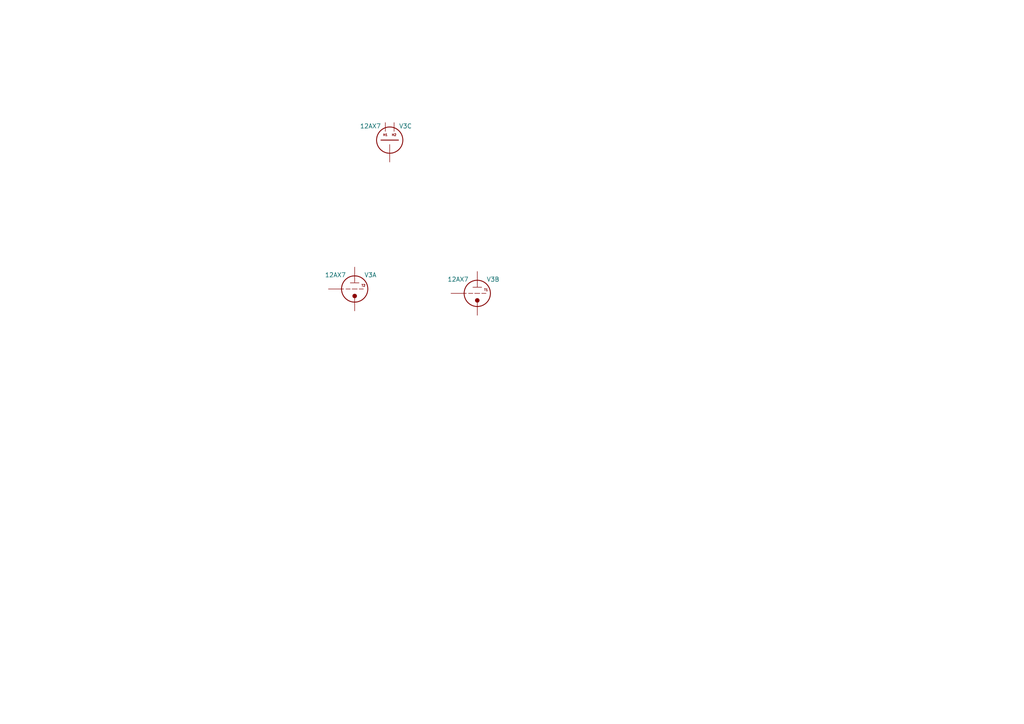
<source format=kicad_sch>
(kicad_sch
	(version 20250114)
	(generator "eeschema")
	(generator_version "9.0")
	(uuid "47392dd1-dd0b-448c-9e04-0257a449b2b0")
	(paper "A4")
	(lib_symbols
		(symbol "wb50_symbols:WB50_12AX7"
			(pin_numbers
				(hide yes)
			)
			(pin_names
				(offset 1.016)
				(hide yes)
			)
			(exclude_from_sim no)
			(in_bom yes)
			(on_board yes)
			(property "Reference" "V"
				(at 4.572 4.064 0)
				(do_not_autoplace)
				(effects
					(font
						(size 1.27 1.27)
					)
				)
			)
			(property "Value" "12AX7"
				(at -5.588 4.064 0)
				(do_not_autoplace)
				(effects
					(font
						(size 1.27 1.27)
					)
				)
			)
			(property "Footprint" "wb50_footprints:WB50_Socket_Noval_9Pin_D21.0mm_Hole1.8mm"
				(at -1.016 0.254 0)
				(effects
					(font
						(size 1.27 1.27)
					)
					(hide yes)
				)
			)
			(property "Datasheet" "https://www.jj-electronic.de/images/stories/product/tubes/pdf/ecc83s.pdf"
				(at 0.254 0.254 0)
				(effects
					(font
						(size 1.27 1.27)
					)
					(hide yes)
				)
			)
			(property "Description" "Doppeltriode, High-µ-Triode für Vorverstärker"
				(at -1.778 0 0)
				(effects
					(font
						(size 1.27 1.27)
					)
					(hide yes)
				)
			)
			(property "ki_locked" ""
				(at 0 0 0)
				(effects
					(font
						(size 1.27 1.27)
					)
				)
			)
			(property "ki_keywords" "tube valve röhre audio vakuum vacuum ecc83 12ax7"
				(at 0 0 0)
				(effects
					(font
						(size 1.27 1.27)
					)
					(hide yes)
				)
			)
			(property "ki_fp_filters" "*Noval*9*"
				(at 0 0 0)
				(effects
					(font
						(size 1.27 1.27)
					)
					(hide yes)
				)
			)
			(symbol "WB50_12AX7_0_1"
				(circle
					(center 0 0)
					(radius 3.81)
					(stroke
						(width 0.254)
						(type default)
					)
					(fill
						(type none)
					)
				)
			)
			(symbol "WB50_12AX7_1_1"
				(polyline
					(pts
						(xy -3.81 0) (xy -3.175 0)
					)
					(stroke
						(width 0)
						(type default)
					)
					(fill
						(type none)
					)
				)
				(polyline
					(pts
						(xy -2.54 0) (xy -1.27 0)
					)
					(stroke
						(width 0)
						(type default)
					)
					(fill
						(type none)
					)
				)
				(polyline
					(pts
						(xy -1.27 1.778) (xy 1.27 1.778)
					)
					(stroke
						(width 0)
						(type default)
					)
					(fill
						(type none)
					)
				)
				(polyline
					(pts
						(xy -0.762 0) (xy 0.762 0)
					)
					(stroke
						(width 0)
						(type default)
					)
					(fill
						(type none)
					)
				)
				(polyline
					(pts
						(xy 0 1.905) (xy 0 3.81)
					)
					(stroke
						(width 0)
						(type default)
					)
					(fill
						(type none)
					)
				)
				(circle
					(center 0 -2.032)
					(radius 0.568)
					(stroke
						(width 0)
						(type default)
					)
					(fill
						(type outline)
					)
				)
				(polyline
					(pts
						(xy 0 -2.54) (xy 0 -3.81)
					)
					(stroke
						(width 0)
						(type default)
					)
					(fill
						(type none)
					)
				)
				(polyline
					(pts
						(xy 1.27 0) (xy 2.54 0)
					)
					(stroke
						(width 0)
						(type default)
					)
					(fill
						(type none)
					)
				)
				(text "T2"
					(at 2.54 1.016 0)
					(effects
						(font
							(size 0.635 0.635)
						)
					)
				)
				(pin passive line
					(at -7.62 0 0)
					(length 3.81)
					(name "G"
						(effects
							(font
								(size 1.27 1.27)
							)
						)
					)
					(number "2"
						(effects
							(font
								(size 1.27 1.27)
							)
						)
					)
				)
				(pin passive line
					(at 0 6.35 270)
					(length 2.54)
					(name "A/P"
						(effects
							(font
								(size 1.27 1.27)
							)
						)
					)
					(number "1"
						(effects
							(font
								(size 1.27 1.27)
							)
						)
					)
				)
				(pin passive line
					(at 0 -6.35 90)
					(length 2.54)
					(name "C/K"
						(effects
							(font
								(size 1.27 1.27)
							)
						)
					)
					(number "3"
						(effects
							(font
								(size 1.27 1.27)
							)
						)
					)
				)
			)
			(symbol "WB50_12AX7_2_1"
				(polyline
					(pts
						(xy -3.81 0) (xy -3.175 0)
					)
					(stroke
						(width 0)
						(type default)
					)
					(fill
						(type none)
					)
				)
				(polyline
					(pts
						(xy -2.54 0) (xy -1.27 0)
					)
					(stroke
						(width 0)
						(type default)
					)
					(fill
						(type none)
					)
				)
				(polyline
					(pts
						(xy -1.27 1.778) (xy 1.27 1.778)
					)
					(stroke
						(width 0)
						(type default)
					)
					(fill
						(type none)
					)
				)
				(polyline
					(pts
						(xy -0.762 0) (xy 0.762 0)
					)
					(stroke
						(width 0)
						(type default)
					)
					(fill
						(type none)
					)
				)
				(polyline
					(pts
						(xy 0 1.905) (xy 0 3.81)
					)
					(stroke
						(width 0)
						(type default)
					)
					(fill
						(type none)
					)
				)
				(circle
					(center 0 -2.032)
					(radius 0.568)
					(stroke
						(width 0)
						(type default)
					)
					(fill
						(type outline)
					)
				)
				(polyline
					(pts
						(xy 0 -2.54) (xy 0 -3.81)
					)
					(stroke
						(width 0)
						(type default)
					)
					(fill
						(type none)
					)
				)
				(polyline
					(pts
						(xy 1.27 0) (xy 2.54 0)
					)
					(stroke
						(width 0)
						(type default)
					)
					(fill
						(type none)
					)
				)
				(text "T1\n"
					(at 2.54 1.016 0)
					(effects
						(font
							(size 0.635 0.635)
						)
					)
				)
				(pin passive line
					(at -7.62 0 0)
					(length 3.81)
					(name "G"
						(effects
							(font
								(size 1.27 1.27)
							)
						)
					)
					(number "7"
						(effects
							(font
								(size 1.27 1.27)
							)
						)
					)
				)
				(pin passive line
					(at 0 6.35 270)
					(length 2.54)
					(name "A/P"
						(effects
							(font
								(size 1.27 1.27)
							)
						)
					)
					(number "6"
						(effects
							(font
								(size 1.27 1.27)
							)
						)
					)
				)
				(pin passive line
					(at 0 -6.35 90)
					(length 2.54)
					(name "C/K"
						(effects
							(font
								(size 1.27 1.27)
							)
						)
					)
					(number "8"
						(effects
							(font
								(size 1.27 1.27)
							)
						)
					)
				)
			)
			(symbol "WB50_12AX7_3_1"
				(polyline
					(pts
						(xy -2.54 0) (xy 2.54 0)
					)
					(stroke
						(width 0.254)
						(type default)
					)
					(fill
						(type none)
					)
				)
				(text "H1"
					(at -1.27 1.524 0)
					(effects
						(font
							(size 0.635 0.635)
						)
					)
				)
				(text "H2"
					(at 1.27 1.524 0)
					(effects
						(font
							(size 0.635 0.635)
						)
					)
				)
				(pin passive line
					(at -1.27 5.08 270)
					(length 2.54)
					(name "H2"
						(effects
							(font
								(size 1.27 1.27)
							)
						)
					)
					(number "5"
						(effects
							(font
								(size 1.27 1.27)
							)
						)
					)
				)
				(pin passive line
					(at 0 -6.35 90)
					(length 5.08)
					(name "CT"
						(effects
							(font
								(size 1.27 1.27)
							)
						)
					)
					(number "9"
						(effects
							(font
								(size 1.27 1.27)
							)
						)
					)
				)
				(pin passive line
					(at 1.27 5.08 270)
					(length 2.54)
					(name "H1"
						(effects
							(font
								(size 1.27 1.27)
							)
						)
					)
					(number "4"
						(effects
							(font
								(size 1.27 1.27)
							)
						)
					)
				)
			)
			(embedded_fonts no)
		)
	)
	(symbol
		(lib_id "wb50_symbols:WB50_12AX7")
		(at 113.03 40.64 0)
		(unit 3)
		(exclude_from_sim no)
		(in_bom yes)
		(on_board yes)
		(dnp no)
		(fields_autoplaced yes)
		(uuid "35153263-50b1-4be7-9faa-a887414be0fb")
		(property "Reference" "V3"
			(at 117.602 36.576 0)
			(do_not_autoplace yes)
			(effects
				(font
					(size 1.27 1.27)
				)
			)
		)
		(property "Value" "12AX7"
			(at 107.442 36.576 0)
			(do_not_autoplace yes)
			(effects
				(font
					(size 1.27 1.27)
				)
			)
		)
		(property "Footprint" "wb50_footprints:WB50_Socket_Noval_9Pin_D21.0mm_Hole1.8mm"
			(at 112.014 40.386 0)
			(effects
				(font
					(size 1.27 1.27)
				)
				(hide yes)
			)
		)
		(property "Datasheet" "https://www.jj-electronic.de/images/stories/product/tubes/pdf/ecc83s.pdf"
			(at 113.284 40.386 0)
			(effects
				(font
					(size 1.27 1.27)
				)
				(hide yes)
			)
		)
		(property "Description" "Doppeltriode, High-µ-Triode für Vorverstärker"
			(at 111.252 40.64 0)
			(effects
				(font
					(size 1.27 1.27)
				)
				(hide yes)
			)
		)
		(pin "3"
			(uuid "d6e09f94-480a-49ae-853a-ae3b0d86308c")
		)
		(pin "5"
			(uuid "e06e3009-2cbc-497e-bae5-cf1460e0fe8d")
		)
		(pin "1"
			(uuid "ff4b23fa-374b-4871-a1be-74aa2066e58f")
		)
		(pin "6"
			(uuid "4633bb4c-887e-451d-b4b2-b5b657d547f4")
		)
		(pin "4"
			(uuid "6255fed0-2c31-44ec-9c17-4eb4f897fb18")
		)
		(pin "2"
			(uuid "ffe6db48-b0b5-4ff2-9da3-834272a6b7ca")
		)
		(pin "9"
			(uuid "53559541-f2d0-4b60-93d0-bef984e5c817")
		)
		(pin "7"
			(uuid "745c9d38-b5f4-4831-9b7f-a59a79b1d2a4")
		)
		(pin "8"
			(uuid "9e5d8f1c-aa58-4d87-9be2-ad53b9589143")
		)
		(instances
			(project ""
				(path "/6805e3ef-87bd-473d-890f-05ae2da73c1a/94f97982-768b-42a9-8fe1-8b9d029f0dfa"
					(reference "V3")
					(unit 3)
				)
			)
		)
	)
	(symbol
		(lib_id "wb50_symbols:WB50_12AX7")
		(at 102.87 83.82 0)
		(unit 1)
		(exclude_from_sim no)
		(in_bom yes)
		(on_board yes)
		(dnp no)
		(fields_autoplaced yes)
		(uuid "3b4c41b1-5597-4e92-b88e-02344477b824")
		(property "Reference" "V3"
			(at 107.442 79.756 0)
			(do_not_autoplace yes)
			(effects
				(font
					(size 1.27 1.27)
				)
			)
		)
		(property "Value" "12AX7"
			(at 97.282 79.756 0)
			(do_not_autoplace yes)
			(effects
				(font
					(size 1.27 1.27)
				)
			)
		)
		(property "Footprint" "wb50_footprints:WB50_Socket_Noval_9Pin_D21.0mm_Hole1.8mm"
			(at 101.854 83.566 0)
			(effects
				(font
					(size 1.27 1.27)
				)
				(hide yes)
			)
		)
		(property "Datasheet" "https://www.jj-electronic.de/images/stories/product/tubes/pdf/ecc83s.pdf"
			(at 103.124 83.566 0)
			(effects
				(font
					(size 1.27 1.27)
				)
				(hide yes)
			)
		)
		(property "Description" "Doppeltriode, High-µ-Triode für Vorverstärker"
			(at 101.092 83.82 0)
			(effects
				(font
					(size 1.27 1.27)
				)
				(hide yes)
			)
		)
		(pin "3"
			(uuid "d6e09f94-480a-49ae-853a-ae3b0d86308d")
		)
		(pin "5"
			(uuid "e06e3009-2cbc-497e-bae5-cf1460e0fe8e")
		)
		(pin "1"
			(uuid "ff4b23fa-374b-4871-a1be-74aa2066e590")
		)
		(pin "6"
			(uuid "4633bb4c-887e-451d-b4b2-b5b657d547f5")
		)
		(pin "4"
			(uuid "6255fed0-2c31-44ec-9c17-4eb4f897fb19")
		)
		(pin "2"
			(uuid "ffe6db48-b0b5-4ff2-9da3-834272a6b7cb")
		)
		(pin "9"
			(uuid "53559541-f2d0-4b60-93d0-bef984e5c818")
		)
		(pin "7"
			(uuid "745c9d38-b5f4-4831-9b7f-a59a79b1d2a5")
		)
		(pin "8"
			(uuid "9e5d8f1c-aa58-4d87-9be2-ad53b9589144")
		)
		(instances
			(project ""
				(path "/6805e3ef-87bd-473d-890f-05ae2da73c1a/94f97982-768b-42a9-8fe1-8b9d029f0dfa"
					(reference "V3")
					(unit 1)
				)
			)
		)
	)
	(symbol
		(lib_id "wb50_symbols:WB50_12AX7")
		(at 138.43 85.09 0)
		(unit 2)
		(exclude_from_sim no)
		(in_bom yes)
		(on_board yes)
		(dnp no)
		(fields_autoplaced yes)
		(uuid "ea09a5e3-b614-4ef0-8620-e02abaece29e")
		(property "Reference" "V3"
			(at 143.002 81.026 0)
			(do_not_autoplace yes)
			(effects
				(font
					(size 1.27 1.27)
				)
			)
		)
		(property "Value" "12AX7"
			(at 132.842 81.026 0)
			(do_not_autoplace yes)
			(effects
				(font
					(size 1.27 1.27)
				)
			)
		)
		(property "Footprint" "wb50_footprints:WB50_Socket_Noval_9Pin_D21.0mm_Hole1.8mm"
			(at 137.414 84.836 0)
			(effects
				(font
					(size 1.27 1.27)
				)
				(hide yes)
			)
		)
		(property "Datasheet" "https://www.jj-electronic.de/images/stories/product/tubes/pdf/ecc83s.pdf"
			(at 138.684 84.836 0)
			(effects
				(font
					(size 1.27 1.27)
				)
				(hide yes)
			)
		)
		(property "Description" "Doppeltriode, High-µ-Triode für Vorverstärker"
			(at 136.652 85.09 0)
			(effects
				(font
					(size 1.27 1.27)
				)
				(hide yes)
			)
		)
		(pin "3"
			(uuid "d6e09f94-480a-49ae-853a-ae3b0d86308e")
		)
		(pin "5"
			(uuid "e06e3009-2cbc-497e-bae5-cf1460e0fe8f")
		)
		(pin "1"
			(uuid "ff4b23fa-374b-4871-a1be-74aa2066e591")
		)
		(pin "6"
			(uuid "4633bb4c-887e-451d-b4b2-b5b657d547f6")
		)
		(pin "4"
			(uuid "6255fed0-2c31-44ec-9c17-4eb4f897fb1a")
		)
		(pin "2"
			(uuid "ffe6db48-b0b5-4ff2-9da3-834272a6b7cc")
		)
		(pin "9"
			(uuid "53559541-f2d0-4b60-93d0-bef984e5c819")
		)
		(pin "7"
			(uuid "745c9d38-b5f4-4831-9b7f-a59a79b1d2a6")
		)
		(pin "8"
			(uuid "9e5d8f1c-aa58-4d87-9be2-ad53b9589145")
		)
		(instances
			(project ""
				(path "/6805e3ef-87bd-473d-890f-05ae2da73c1a/94f97982-768b-42a9-8fe1-8b9d029f0dfa"
					(reference "V3")
					(unit 2)
				)
			)
		)
	)
)

</source>
